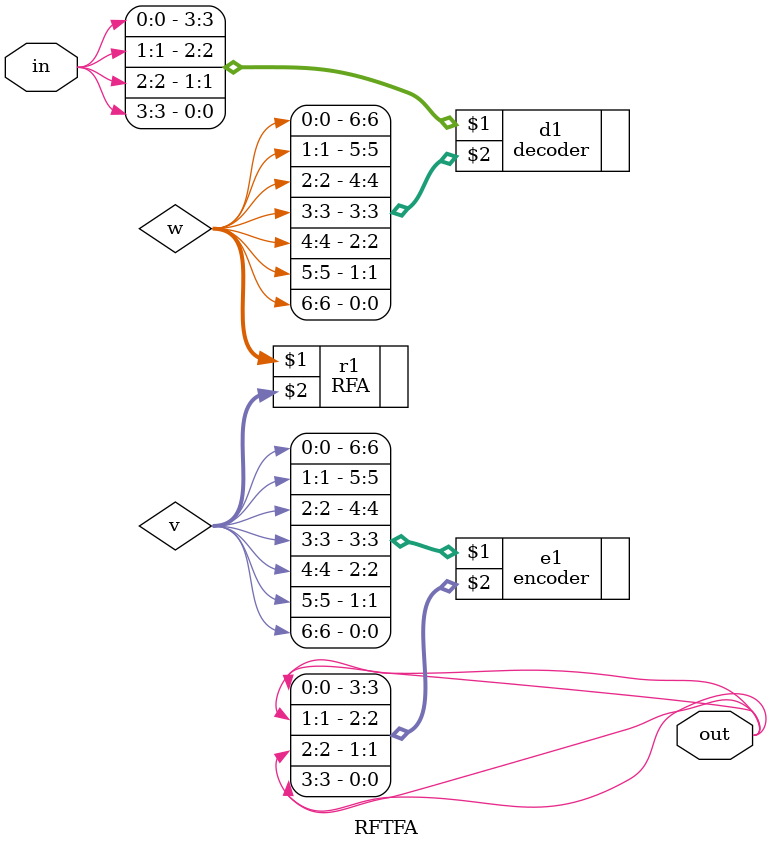
<source format=v>
`timescale 1ns / 1ps
module RFTFA(
    input [3:0] in,
    output [3:0] out
    );
wire [6:0] w;
wire [6:0] v;
decoder d1({in[0],in[1],in[2],in[3]},{w[0],w[1],w[2],w[3],w[4],w[5],w[6]});
RFA r1(w,v);
encoder e1({v[0],v[1],v[2],v[3],v[4],v[5],v[6]},{out[0],out[1],out[2],out[3]});
endmodule

</source>
